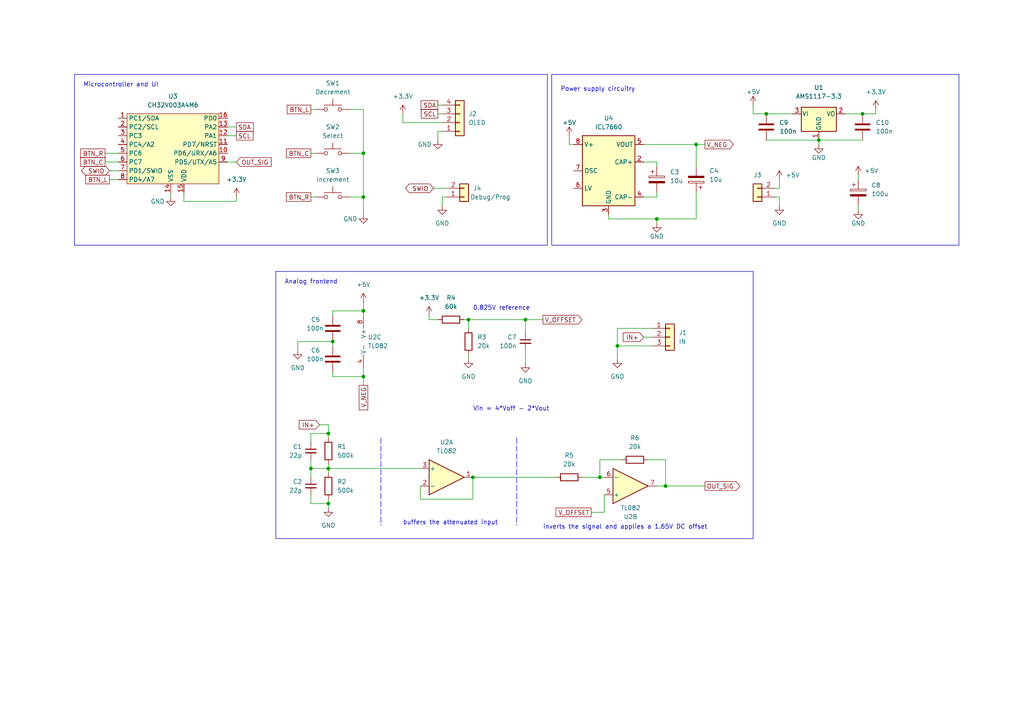
<source format=kicad_sch>
(kicad_sch (version 20230121) (generator eeschema)
  (paper "A4")
  (title_block (title "Osillyscope") (company "tvlad1234") (comment 1 "small and cheap CH32V003-based oscilloscope"))
  (lib_symbols
    (symbol "Amplifier_Operational:TL082" (pin_names (offset 0.127))
      (property "Reference" "U" (at 0 5.08 0))
      (property "Value" "TL082" (at 0 -5.08 0))
      (symbol "TL082_1_1"
        (polyline (pts (xy -5.08 5.08) (xy 5.08 0) (xy -5.08 -5.08) (xy -5.08 5.08)) (stroke (width 0.254)) (fill (type background)))
        (pin output line (at 7.62 0 180) (length 2.54) (name "~") (number "1"))
        (pin input line (at -7.62 -2.54 0) (length 2.54) (name "-") (number "2"))
        (pin input line (at -7.62 2.54 0) (length 2.54) (name "+") (number "3"))
      )
      (symbol "TL082_2_1"
        (polyline (pts (xy -5.08 5.08) (xy 5.08 0) (xy -5.08 -5.08) (xy -5.08 5.08)) (stroke (width 0.254)) (fill (type background)))
        (pin input line (at -7.62 2.54 0) (length 2.54) (name "+") (number "5"))
        (pin input line (at -7.62 -2.54 0) (length 2.54) (name "-") (number "6"))
        (pin output line (at 7.62 0 180) (length 2.54) (name "~") (number "7"))
      )
      (symbol "TL082_3_1"
        (pin power_in line (at -2.54 -7.62 90) (length 3.81) (name "V-") (number "4"))
        (pin power_in line (at -2.54 7.62 270) (length 3.81) (name "V+") (number "8"))
      )
    )
    (symbol "CH32V003:CH32V003A4M6"
      (property "Reference" "U?" (at 0.635 21.59 0))
      (property "Value" "CH32V003A4M6" (at 0.635 19.05 0))
      (symbol "CH32V003A4M6_0_1"
        (rectangle (start -12.7 16.51) (end 13.97 -3.81) (fill (type background)))
      )
      (symbol "CH32V003A4M6_1_1"
        (pin bidirectional line (at -15.24 15.24 0) (length 2.54) (name "PC1/SDA") (number "1"))
        (pin bidirectional line (at 16.51 5.08 180) (length 2.54) (name "PD6/URX/A6") (number "10"))
        (pin bidirectional line (at 16.51 7.62 180) (length 2.54) (name "PD7/NRST") (number "11"))
        (pin bidirectional line (at 16.51 10.16 180) (length 2.54) (name "PA1") (number "12"))
        (pin bidirectional line (at 16.51 12.7 180) (length 2.54) (name "PA2") (number "13"))
        (pin power_in line (at 0 -6.35 90) (length 2.54) (name "VSS") (number "14"))
        (pin power_in line (at 3.81 -6.35 90) (length 2.54) (name "VDD") (number "15"))
        (pin bidirectional line (at 16.51 15.24 180) (length 2.54) (name "PD0") (number "16"))
        (pin bidirectional line (at -15.24 12.7 0) (length 2.54) (name "PC2/SCL") (number "2"))
        (pin bidirectional line (at -15.24 10.16 0) (length 2.54) (name "PC3") (number "3"))
        (pin bidirectional line (at -15.24 7.62 0) (length 2.54) (name "PC4/A2") (number "4"))
        (pin bidirectional line (at -15.24 5.08 0) (length 2.54) (name "PC6") (number "5"))
        (pin bidirectional line (at -15.24 2.54 0) (length 2.54) (name "PC7") (number "6"))
        (pin bidirectional line (at -15.24 0 0) (length 2.54) (name "PD1/SWIO") (number "7"))
        (pin bidirectional line (at -15.24 -2.54 0) (length 2.54) (name "PD4/A7") (number "8"))
        (pin bidirectional line (at 16.51 2.54 180) (length 2.54) (name "PD5/UTX/A5") (number "9"))
      )
    )
    (symbol "Connector_Generic:Conn_01x02" (pin_names (offset 1.016) hide)
      (property "Reference" "J" (at 0 2.54 0))
      (property "Value" "Conn_01x02" (at 0 -5.08 0))
      (symbol "Conn_01x02_1_1"
        (rectangle (start -1.27 -2.413) (end 0 -2.667) (stroke (width 0.1524)))
        (rectangle (start -1.27 0.127) (end 0 -0.127) (stroke (width 0.1524)))
        (rectangle (start -1.27 1.27) (end 1.27 -3.81) (stroke (width 0.254)) (fill (type background)))
        (pin passive line (at -5.08 0 0) (length 3.81) (name "Pin_1") (number "1"))
        (pin passive line (at -5.08 -2.54 0) (length 3.81) (name "Pin_2") (number "2"))
      )
    )
    (symbol "Connector_Generic:Conn_01x03" (pin_names (offset 1.016) hide)
      (property "Reference" "J" (at 0 5.08 0))
      (property "Value" "Conn_01x03" (at 0 -5.08 0))
      (symbol "Conn_01x03_1_1"
        (rectangle (start -1.27 -2.413) (end 0 -2.667) (stroke (width 0.1524)))
        (rectangle (start -1.27 0.127) (end 0 -0.127) (stroke (width 0.1524)))
        (rectangle (start -1.27 2.667) (end 0 2.413) (stroke (width 0.1524)))
        (rectangle (start -1.27 3.81) (end 1.27 -3.81) (stroke (width 0.254)) (fill (type background)))
        (pin passive line (at -5.08 2.54 0) (length 3.81) (name "Pin_1") (number "1"))
        (pin passive line (at -5.08 0 0) (length 3.81) (name "Pin_2") (number "2"))
        (pin passive line (at -5.08 -2.54 0) (length 3.81) (name "Pin_3") (number "3"))
      )
    )
    (symbol "Connector_Generic:Conn_01x04" (pin_names (offset 1.016) hide)
      (property "Reference" "J" (at 0 5.08 0))
      (property "Value" "Conn_01x04" (at 0 -7.62 0))
      (symbol "Conn_01x04_1_1"
        (rectangle (start -1.27 -4.953) (end 0 -5.207) (stroke (width 0.1524)))
        (rectangle (start -1.27 -2.413) (end 0 -2.667) (stroke (width 0.1524)))
        (rectangle (start -1.27 0.127) (end 0 -0.127) (stroke (width 0.1524)))
        (rectangle (start -1.27 2.667) (end 0 2.413) (stroke (width 0.1524)))
        (rectangle (start -1.27 3.81) (end 1.27 -6.35) (stroke (width 0.254)) (fill (type background)))
        (pin passive line (at -5.08 2.54 0) (length 3.81) (name "Pin_1") (number "1"))
        (pin passive line (at -5.08 0 0) (length 3.81) (name "Pin_2") (number "2"))
        (pin passive line (at -5.08 -2.54 0) (length 3.81) (name "Pin_3") (number "3"))
        (pin passive line (at -5.08 -5.08 0) (length 3.81) (name "Pin_4") (number "4"))
      )
    )
    (symbol "Device:C" (pin_numbers hide) (pin_names (offset 0.254))
      (property "Reference" "C" (at 0.635 2.54 0))
      (property "Value" "C" (at 0.635 -2.54 0))
      (symbol "C_0_1"
        (polyline (pts (xy -2.032 -0.762) (xy 2.032 -0.762)) (stroke (width 0.508)))
        (polyline (pts (xy -2.032 0.762) (xy 2.032 0.762)) (stroke (width 0.508)))
      )
      (symbol "C_1_1"
        (pin passive line (at 0 3.81 270) (length 2.794) (name "~") (number "1"))
        (pin passive line (at 0 -3.81 90) (length 2.794) (name "~") (number "2"))
      )
    )
    (symbol "Device:C_Polarized" (pin_numbers hide) (pin_names (offset 0.254))
      (property "Reference" "C" (at 0.635 2.54 0))
      (property "Value" "C_Polarized" (at 0.635 -2.54 0))
      (symbol "C_Polarized_0_1"
        (rectangle (start -2.286 0.508) (end 2.286 1.016))
        (polyline (pts (xy -1.778 2.286) (xy -0.762 2.286)))
        (polyline (pts (xy -1.27 2.794) (xy -1.27 1.778)))
        (rectangle (start 2.286 -0.508) (end -2.286 -1.016) (fill (type outline)))
      )
      (symbol "C_Polarized_1_1"
        (pin passive line (at 0 3.81 270) (length 2.794) (name "~") (number "1"))
        (pin passive line (at 0 -3.81 90) (length 2.794) (name "~") (number "2"))
      )
    )
    (symbol "Device:C_Small" (pin_numbers hide) (pin_names (offset 0.254) hide)
      (property "Reference" "C" (at 0.254 1.778 0))
      (property "Value" "C_Small" (at 0.254 -2.032 0))
      (symbol "C_Small_0_1"
        (polyline (pts (xy -1.524 -0.508) (xy 1.524 -0.508)) (stroke (width 0.3302)))
        (polyline (pts (xy -1.524 0.508) (xy 1.524 0.508)) (stroke (width 0.3048)))
      )
      (symbol "C_Small_1_1"
        (pin passive line (at 0 2.54 270) (length 2.032) (name "~") (number "1"))
        (pin passive line (at 0 -2.54 90) (length 2.032) (name "~") (number "2"))
      )
    )
    (symbol "Device:R" (pin_numbers hide) (pin_names (offset 0))
      (property "Reference" "R" (at 2.032 0 90))
      (property "Value" "R" (at 0 0 90))
      (symbol "R_0_1"
        (rectangle (start -1.016 -2.54) (end 1.016 2.54) (stroke (width 0.254)))
      )
      (symbol "R_1_1"
        (pin passive line (at 0 3.81 270) (length 1.27) (name "~") (number "1"))
        (pin passive line (at 0 -3.81 90) (length 1.27) (name "~") (number "2"))
      )
    )
    (symbol "Regulator_Linear:AMS1117-3.3" (pin_names (offset 0.254))
      (property "Reference" "U" (at -3.81 3.175 0))
      (property "Value" "AMS1117-3.3" (at 0 3.175 0))
      (symbol "AMS1117-3.3_0_1"
        (rectangle (start -5.08 -5.08) (end 5.08 1.905) (stroke (width 0.254)) (fill (type background)))
      )
      (symbol "AMS1117-3.3_1_1"
        (pin power_in line (at 0 -7.62 90) (length 2.54) (name "GND") (number "1"))
        (pin power_out line (at 7.62 0 180) (length 2.54) (name "VO") (number "2"))
        (pin power_in line (at -7.62 0 0) (length 2.54) (name "VI") (number "3"))
      )
    )
    (symbol "Regulator_SwitchedCapacitor:ICL7660"
      (property "Reference" "U" (at -6.35 11.43 0))
      (property "Value" "ICL7660" (at 3.81 11.43 0))
      (symbol "ICL7660_0_1"
        (rectangle (start -7.62 10.16) (end 7.62 -10.16) (stroke (width 0.254)) (fill (type background)))
      )
      (symbol "ICL7660_1_1"
        (pin no_connect line (at -7.62 5.08 0) (length 2.54) hide (name "NC") (number "1"))
        (pin input line (at 10.16 2.54 180) (length 2.54) (name "CAP+") (number "2"))
        (pin power_in line (at 0 -12.7 90) (length 2.54) (name "GND") (number "3"))
        (pin input line (at 10.16 -7.62 180) (length 2.54) (name "CAP-") (number "4"))
        (pin power_out line (at 10.16 7.62 180) (length 2.54) (name "VOUT") (number "5"))
        (pin input line (at -10.16 -5.08 0) (length 2.54) (name "LV") (number "6"))
        (pin input line (at -10.16 0 0) (length 2.54) (name "OSC") (number "7"))
        (pin power_in line (at -10.16 7.62 0) (length 2.54) (name "V+") (number "8"))
      )
    )
    (symbol "Switch:SW_Push" (pin_numbers hide) (pin_names (offset 1.016) hide)
      (property "Reference" "SW" (at 1.27 2.54 0))
      (property "Value" "SW_Push" (at 0 -1.524 0))
      (symbol "SW_Push_0_1"
        (circle (center -2.032 0) (radius 0.508))
        (polyline (pts (xy 0 1.27) (xy 0 3.048)))
        (polyline (pts (xy 2.54 1.27) (xy -2.54 1.27)))
        (circle (center 2.032 0) (radius 0.508))
        (pin passive line (at -5.08 0 0) (length 2.54) (name "1") (number "1"))
        (pin passive line (at 5.08 0 180) (length 2.54) (name "2") (number "2"))
      )
    )
    (symbol "power:+3.3V" (power) (pin_names (offset 0))
      (property "Value" "+3.3V" (at 0 3.556 0))
      (symbol "+3.3V_0_1"
        (polyline (pts (xy -0.762 1.27) (xy 0 2.54)))
        (polyline (pts (xy 0 0) (xy 0 2.54)))
        (polyline (pts (xy 0 2.54) (xy 0.762 1.27)))
      )
      (symbol "+3.3V_1_1"
        (pin power_in line (at 0 0 90) (length 0) hide (name "+3.3V") (number "1"))
      )
    )
    (symbol "power:+5V" (power) (pin_names (offset 0))
      (property "Value" "+5V" (at 0 3.556 0))
      (symbol "+5V_0_1"
        (polyline (pts (xy -0.762 1.27) (xy 0 2.54)))
        (polyline (pts (xy 0 0) (xy 0 2.54)))
        (polyline (pts (xy 0 2.54) (xy 0.762 1.27)))
      )
      (symbol "+5V_1_1"
        (pin power_in line (at 0 0 90) (length 0) hide (name "+5V") (number "1"))
      )
    )
    (symbol "power:GND" (power) (pin_names (offset 0))
      (property "Value" "GND" (at 0 -3.81 0))
      (symbol "GND_0_1"
        (polyline (pts (xy 0 0) (xy 0 -1.27) (xy 1.27 -1.27) (xy 0 -2.54) (xy -1.27 -1.27) (xy 0 -1.27)))
      )
      (symbol "GND_1_1"
        (pin power_in line (at 0 0 270) (length 0) hide (name "GND") (number "1"))
      )
    )
  )
  (junction (at 137.16 138.43))
  (junction (at 193.04 140.97))
  (junction (at 105.41 109.22))
  (junction (at 250.19 33.02))
  (junction (at 152.4 92.71))
  (junction (at 95.25 146.05))
  (junction (at 222.25 33.02))
  (junction (at 95.25 125.73))
  (junction (at 237.49 40.64))
  (junction (at 105.41 90.17))
  (junction (at 105.41 44.45))
  (junction (at 90.17 135.89))
  (junction (at 190.5 63.5))
  (junction (at 179.07 100.33))
  (junction (at 95.25 135.89))
  (junction (at 201.93 41.91))
  (junction (at 96.52 99.06))
  (junction (at 135.89 92.71))
  (junction (at 105.41 57.15))
  (junction (at 173.99 138.43))
  (wire (pts (xy 49.53 57.15) (xy 49.53 55.88)))
  (wire (pts (xy 165.1 41.91) (xy 166.37 41.91)))
  (wire (pts (xy 176.53 62.23) (xy 176.53 63.5)))
  (wire (pts (xy 201.93 41.91) (xy 204.47 41.91)))
  (wire (pts (xy 95.25 146.05) (xy 95.25 144.78)))
  (wire (pts (xy 90.17 135.89) (xy 95.25 135.89)))
  (wire (pts (xy 96.52 107.95) (xy 96.52 109.22)))
  (wire (pts (xy 186.69 46.99) (xy 190.5 46.99)))
  (polyline (pts (xy 218.44 156.21) (xy 218.44 78.74)))
  (wire (pts (xy 105.41 57.15) (xy 105.41 62.23)))
  (wire (pts (xy 86.36 99.06) (xy 96.52 99.06)))
  (wire (pts (xy 31.75 52.07) (xy 34.29 52.07)))
  (wire (pts (xy 90.17 125.73) (xy 95.25 125.73)))
  (wire (pts (xy 190.5 63.5) (xy 201.93 63.5)))
  (wire (pts (xy 237.49 40.64) (xy 237.49 41.91)))
  (wire (pts (xy 127 33.02) (xy 128.27 33.02)))
  (wire (pts (xy 95.25 135.89) (xy 121.92 135.89)))
  (wire (pts (xy 96.52 100.33) (xy 96.52 99.06)))
  (wire (pts (xy 135.89 92.71) (xy 152.4 92.71)))
  (wire (pts (xy 95.25 125.73) (xy 95.25 127)))
  (wire (pts (xy 90.17 31.75) (xy 91.44 31.75)))
  (wire (pts (xy 186.69 97.79) (xy 189.23 97.79)))
  (wire (pts (xy 193.04 140.97) (xy 204.47 140.97)))
  (wire (pts (xy 254 31.75) (xy 254 33.02)))
  (wire (pts (xy 95.25 137.16) (xy 95.25 135.89)))
  (polyline (pts (xy 160.02 21.59) (xy 278.13 21.59)))
  (wire (pts (xy 173.99 133.35) (xy 173.99 138.43)))
  (wire (pts (xy 137.16 138.43) (xy 161.29 138.43)))
  (wire (pts (xy 226.06 52.07) (xy 226.06 54.61)))
  (wire (pts (xy 125.73 54.61) (xy 129.54 54.61)))
  (wire (pts (xy 218.44 30.48) (xy 218.44 33.02)))
  (wire (pts (xy 193.04 133.35) (xy 193.04 140.97)))
  (wire (pts (xy 105.41 90.17) (xy 105.41 91.44)))
  (wire (pts (xy 121.92 140.97) (xy 121.92 144.78)))
  (wire (pts (xy 68.58 57.15) (xy 68.58 58.42)))
  (wire (pts (xy 226.06 57.15) (xy 226.06 59.69)))
  (wire (pts (xy 31.75 49.53) (xy 34.29 49.53)))
  (wire (pts (xy 152.4 92.71) (xy 152.4 96.52)))
  (wire (pts (xy 127 30.48) (xy 128.27 30.48)))
  (wire (pts (xy 68.58 46.99) (xy 66.04 46.99)))
  (wire (pts (xy 68.58 36.83) (xy 66.04 36.83)))
  (wire (pts (xy 128.27 57.15) (xy 128.27 59.69)))
  (wire (pts (xy 127 38.1) (xy 128.27 38.1)))
  (wire (pts (xy 175.26 143.51) (xy 175.26 148.59)))
  (wire (pts (xy 152.4 92.71) (xy 157.48 92.71)))
  (wire (pts (xy 179.07 100.33) (xy 179.07 95.25)))
  (wire (pts (xy 105.41 31.75) (xy 105.41 44.45)))
  (polyline (pts (xy 160.02 21.59) (xy 160.02 71.12)))
  (wire (pts (xy 222.25 33.02) (xy 229.87 33.02)))
  (wire (pts (xy 226.06 57.15) (xy 224.79 57.15)))
  (wire (pts (xy 105.41 106.68) (xy 105.41 109.22)))
  (wire (pts (xy 121.92 144.78) (xy 137.16 144.78)))
  (wire (pts (xy 86.36 101.6) (xy 86.36 99.06)))
  (polyline (pts (xy 80.01 78.74) (xy 218.44 78.74)))
  (wire (pts (xy 30.48 46.99) (xy 34.29 46.99)))
  (wire (pts (xy 171.45 148.59) (xy 175.26 148.59)))
  (wire (pts (xy 179.07 100.33) (xy 189.23 100.33)))
  (wire (pts (xy 201.93 55.88) (xy 201.93 63.5)))
  (polyline (pts (xy 21.59 71.12) (xy 158.75 71.12)))
  (wire (pts (xy 201.93 41.91) (xy 201.93 48.26)))
  (polyline (pts (xy 21.59 21.59) (xy 21.59 71.12)))
  (wire (pts (xy 186.69 57.15) (xy 190.5 57.15)))
  (wire (pts (xy 245.11 33.02) (xy 250.19 33.02)))
  (wire (pts (xy 30.48 44.45) (xy 34.29 44.45)))
  (wire (pts (xy 96.52 109.22) (xy 105.41 109.22)))
  (wire (pts (xy 53.34 58.42) (xy 68.58 58.42)))
  (wire (pts (xy 95.25 123.19) (xy 95.25 125.73)))
  (wire (pts (xy 96.52 90.17) (xy 105.41 90.17)))
  (wire (pts (xy 124.46 91.44) (xy 124.46 92.71)))
  (wire (pts (xy 101.6 57.15) (xy 105.41 57.15)))
  (wire (pts (xy 116.84 35.56) (xy 128.27 35.56)))
  (wire (pts (xy 248.92 60.96) (xy 248.92 59.69)))
  (wire (pts (xy 92.71 123.19) (xy 95.25 123.19)))
  (wire (pts (xy 135.89 92.71) (xy 134.62 92.71)))
  (wire (pts (xy 173.99 133.35) (xy 180.34 133.35)))
  (polyline (pts (xy 149.86 127) (xy 149.86 152.4)) (stroke (width 0) (type dash)))
  (wire (pts (xy 105.41 44.45) (xy 105.41 57.15)))
  (wire (pts (xy 179.07 95.25) (xy 189.23 95.25)))
  (wire (pts (xy 95.25 147.32) (xy 95.25 146.05)))
  (wire (pts (xy 101.6 31.75) (xy 105.41 31.75)))
  (wire (pts (xy 135.89 92.71) (xy 135.89 95.25)))
  (polyline (pts (xy 110.49 127) (xy 110.49 152.4)) (stroke (width 0) (type dash)))
  (wire (pts (xy 175.26 138.43) (xy 173.99 138.43)))
  (wire (pts (xy 127 40.64) (xy 127 38.1)))
  (wire (pts (xy 190.5 46.99) (xy 190.5 48.26)))
  (wire (pts (xy 190.5 63.5) (xy 190.5 64.77)))
  (wire (pts (xy 53.34 55.88) (xy 53.34 58.42)))
  (wire (pts (xy 90.17 146.05) (xy 95.25 146.05)))
  (wire (pts (xy 116.84 33.02) (xy 116.84 35.56)))
  (wire (pts (xy 105.41 87.63) (xy 105.41 90.17)))
  (wire (pts (xy 90.17 44.45) (xy 91.44 44.45)))
  (wire (pts (xy 124.46 92.71) (xy 127 92.71)))
  (wire (pts (xy 135.89 104.14) (xy 135.89 102.87)))
  (wire (pts (xy 101.6 44.45) (xy 105.41 44.45)))
  (wire (pts (xy 254 33.02) (xy 250.19 33.02)))
  (wire (pts (xy 68.58 39.37) (xy 66.04 39.37)))
  (wire (pts (xy 128.27 57.15) (xy 129.54 57.15)))
  (wire (pts (xy 95.25 134.62) (xy 95.25 135.89)))
  (wire (pts (xy 248.92 50.8) (xy 248.92 52.07)))
  (wire (pts (xy 226.06 54.61) (xy 224.79 54.61)))
  (wire (pts (xy 90.17 128.27) (xy 90.17 125.73)))
  (polyline (pts (xy 80.01 78.74) (xy 80.01 156.21)))
  (wire (pts (xy 90.17 138.43) (xy 90.17 135.89)))
  (polyline (pts (xy 160.02 71.12) (xy 278.13 71.12)))
  (wire (pts (xy 179.07 104.14) (xy 179.07 100.33)))
  (wire (pts (xy 222.25 40.64) (xy 237.49 40.64)))
  (polyline (pts (xy 80.01 156.21) (xy 218.44 156.21)))
  (wire (pts (xy 90.17 57.15) (xy 91.44 57.15)))
  (wire (pts (xy 90.17 133.35) (xy 90.17 135.89)))
  (wire (pts (xy 190.5 55.88) (xy 190.5 57.15)))
  (wire (pts (xy 168.91 138.43) (xy 173.99 138.43)))
  (wire (pts (xy 96.52 90.17) (xy 96.52 91.44)))
  (wire (pts (xy 237.49 40.64) (xy 250.19 40.64)))
  (wire (pts (xy 176.53 63.5) (xy 190.5 63.5)))
  (polyline (pts (xy 158.75 71.12) (xy 158.75 21.59)))
  (wire (pts (xy 186.69 41.91) (xy 201.93 41.91)))
  (wire (pts (xy 90.17 143.51) (xy 90.17 146.05)))
  (polyline (pts (xy 21.59 21.59) (xy 158.75 21.59)))
  (wire (pts (xy 105.41 109.22) (xy 105.41 111.76)))
  (polyline (pts (xy 278.13 71.12) (xy 278.13 21.59)))
  (wire (pts (xy 190.5 140.97) (xy 193.04 140.97)))
  (wire (pts (xy 218.44 33.02) (xy 222.25 33.02)))
  (wire (pts (xy 187.96 133.35) (xy 193.04 133.35)))
  (wire (pts (xy 137.16 144.78) (xy 137.16 138.43)))
  (wire (pts (xy 152.4 101.6) (xy 152.4 105.41)))
  (wire (pts (xy 165.1 39.37) (xy 165.1 41.91)))
  (text "Vin = 4*Voff - 2*Vout\n" (at 137.16 119.38 0) (effects (font (size 1.27 1.27)) (justify left bottom)))
  (text "Power supply circuitry" (at 162.56 26.67 0) (effects (font (size 1.27 1.27)) (justify left bottom)))
  (text "0.825V reference" (at 137.16 90.17 0) (effects (font (size 1.27 1.27)) (justify left bottom)))
  (text "inverts the signal and applies a 1.65V DC offset\n" (at 157.48 153.67 0) (effects (font (size 1.27 1.27)) (justify left bottom)))
  (text "Analog frontend" (at 82.55 82.55 0) (effects (font (size 1.27 1.27)) (justify left bottom)))
  (text "buffers the attenuated input" (at 116.84 152.4 0) (effects (font (size 1.27 1.27)) (justify left bottom)))
  (text "Microcontroller and UI" (at 24.13 25.4 0) (effects (font (size 1.27 1.27)) (justify left bottom)))
  (global_label "SDA" (shape passive) (at 68.58 36.83 0) (property "Intersheetrefs" "${INTERSHEET_REFS}" (effects hide)))
  (global_label "BTN_R" (shape passive) (at 90.17 57.15 180) (property "Intersheetrefs" "${INTERSHEET_REFS}" (effects hide)))
  (global_label "IN+" (shape input) (at 186.69 97.79 180) (property "Intersheetrefs" "${INTERSHEET_REFS}" (effects hide)))
  (global_label "SCL" (shape passive) (at 68.58 39.37 0) (property "Intersheetrefs" "${INTERSHEET_REFS}" (effects hide)))
  (global_label "BTN_L" (shape passive) (at 31.75 52.07 180) (property "Intersheetrefs" "${INTERSHEET_REFS}" (effects hide)))
  (global_label "OUT_SIG" (shape input) (at 68.58 46.99 0) (property "Intersheetrefs" "${INTERSHEET_REFS}" (effects hide)))
  (global_label "SCL" (shape passive) (at 127 33.02 180) (property "Intersheetrefs" "${INTERSHEET_REFS}" (effects hide)))
  (global_label "V_NEG" (shape passive) (at 105.41 111.76 270) (property "Intersheetrefs" "${INTERSHEET_REFS}" (effects hide)))
  (global_label "OUT_SIG" (shape output) (at 204.47 140.97 0) (property "Intersheetrefs" "${INTERSHEET_REFS}" (effects hide)))
  (global_label "BTN_R" (shape passive) (at 30.48 44.45 180) (property "Intersheetrefs" "${INTERSHEET_REFS}" (effects hide)))
  (global_label "SDA" (shape passive) (at 127 30.48 180) (property "Intersheetrefs" "${INTERSHEET_REFS}" (effects hide)))
  (global_label "BTN_C" (shape passive) (at 30.48 46.99 180) (property "Intersheetrefs" "${INTERSHEET_REFS}" (effects hide)))
  (global_label "V_OFFSET" (shape output) (at 157.48 92.71 0) (property "Intersheetrefs" "${INTERSHEET_REFS}" (effects hide)))
  (global_label "SWIO" (shape bidirectional) (at 125.73 54.61 180) (property "Intersheetrefs" "${INTERSHEET_REFS}" (effects hide)))
  (global_label "BTN_C" (shape passive) (at 90.17 44.45 180) (property "Intersheetrefs" "${INTERSHEET_REFS}" (effects hide)))
  (global_label "SWIO" (shape bidirectional) (at 31.75 49.53 180) (property "Intersheetrefs" "${INTERSHEET_REFS}" (effects hide)))
  (global_label "BTN_L" (shape passive) (at 90.17 31.75 180) (property "Intersheetrefs" "${INTERSHEET_REFS}" (effects hide)))
  (global_label "V_OFFSET" (shape passive) (at 171.45 148.59 180) (property "Intersheetrefs" "${INTERSHEET_REFS}" (effects hide)))
  (global_label "V_NEG" (shape output) (at 204.47 41.91 0) (property "Intersheetrefs" "${INTERSHEET_REFS}" (effects hide)))
  (global_label "IN+" (shape input) (at 92.71 123.19 180) (property "Intersheetrefs" "${INTERSHEET_REFS}" (effects hide)))
  (symbol (lib_id "Device:C") (at 96.52 104.14 0) (unit 1)
    (property "Reference" "C6" (at 90.17 101.6 0) (effects (justify left)))
    (property "Value" "100n" (at 88.9 104.14 0) (effects (justify left)))
    (property "Footprint" "Capacitor_SMD:C_0805_2012Metric_Pad1.18x1.45mm_HandSolder" (effects hide))
  )
  (symbol (lib_id "power:+5V") (at 226.06 52.07 0) (unit 1)
    (property "Reference" "#PWR01" (effects hide))
    (property "Value" "+5V" (at 229.87 50.8 0))
  )
  (symbol (lib_id "Device:R") (at 135.89 99.06 0) (unit 1)
    (property "Reference" "R3" (at 138.43 97.79 0) (effects (justify left)))
    (property "Value" "20k" (at 138.43 100.33 0) (effects (justify left)))
    (property "Footprint" "Resistor_SMD:R_0805_2012Metric_Pad1.20x1.40mm_HandSolder" (effects hide))
  )
  (symbol (lib_id "power:+5V") (at 248.92 50.8 0) (unit 1)
    (property "Reference" "#PWR02" (effects hide))
    (property "Value" "+5V" (at 252.73 49.53 0))
  )
  (symbol (lib_id "Device:R") (at 95.25 130.81 0) (unit 1)
    (property "Reference" "R1" (at 97.79 129.5399 0) (effects (justify left)))
    (property "Value" "500k" (at 97.79 132.0799 0) (effects (justify left)))
    (property "Footprint" "Resistor_SMD:R_0805_2012Metric_Pad1.20x1.40mm_HandSolder" (effects hide))
  )
  (symbol (lib_id "power:GND") (at 152.4 105.41 0) (unit 1)
    (property "Reference" "#PWR08" (effects hide))
    (property "Value" "GND" (at 152.4 110.49 0))
  )
  (symbol (lib_id "Device:C") (at 96.52 95.25 0) (unit 1)
    (property "Reference" "C5" (at 90.17 92.71 0) (effects (justify left)))
    (property "Value" "100n" (at 88.9 95.25 0) (effects (justify left)))
    (property "Footprint" "Capacitor_SMD:C_0805_2012Metric_Pad1.18x1.45mm_HandSolder" (effects hide))
  )
  (symbol (lib_id "power:GND") (at 49.53 57.15 0) (unit 1)
    (property "Reference" "#PWR014" (effects hide))
    (property "Value" "GND" (at 45.72 58.42 0))
  )
  (symbol (lib_id "CH32V003:CH32V003A4M6") (at 49.53 49.53 0) (unit 1)
    (property "Reference" "U3" (at 50.165 27.94 0))
    (property "Value" "CH32V003A4M6" (at 50.165 30.48 0))
    (property "Footprint" "Package_SO:SOIC-16_3.9x9.9mm_P1.27mm" (effects hide))
  )
  (symbol (lib_id "power:+3.3V") (at 124.46 91.44 0) (unit 1)
    (property "Reference" "#PWR011" (effects hide))
    (property "Value" "+3.3V" (at 124.46 86.36 0))
  )
  (symbol (lib_id "Device:C") (at 250.19 36.83 0) (unit 1)
    (property "Reference" "C10" (at 254 35.56 0) (effects (justify left)))
    (property "Value" "100n" (at 254 38.1 0) (effects (justify left)))
    (property "Footprint" "Capacitor_SMD:C_0805_2012Metric_Pad1.18x1.45mm_HandSolder" (effects hide))
  )
  (symbol (lib_id "Connector_Generic:Conn_01x02") (at 219.71 57.15 180) (unit 1)
    (property "Reference" "J3" (at 219.71 50.8 0))
    (property "Value" "Conn_01x02" (effects hide))
    (property "Footprint" "Connector_PinHeader_2.54mm:PinHeader_1x02_P2.54mm_Vertical" (effects hide))
  )
  (symbol (lib_id "power:GND") (at 179.07 104.14 0) (unit 1)
    (property "Reference" "#PWR05" (effects hide))
    (property "Value" "GND" (at 179.07 109.22 0))
  )
  (symbol (lib_id "Device:C_Small") (at 90.17 140.97 0) (mirror y) (unit 1)
    (property "Reference" "C2" (at 87.63 139.7063 0) (effects (justify left)))
    (property "Value" "22p" (at 87.63 142.2463 0) (effects (justify left)))
    (property "Footprint" "Capacitor_SMD:C_1206_3216Metric_Pad1.33x1.80mm_HandSolder" (effects hide))
  )
  (symbol (lib_id "Device:C") (at 222.25 36.83 180) (unit 1)
    (property "Reference" "C9" (at 227.33 35.56 0))
    (property "Value" "100n" (at 228.6 38.1 0))
    (property "Footprint" "Capacitor_SMD:C_0805_2012Metric_Pad1.18x1.45mm_HandSolder" (effects hide))
  )
  (symbol (lib_id "Switch:SW_Push") (at 96.52 44.45 0) (unit 1)
    (property "Reference" "SW2" (at 96.52 36.83 0))
    (property "Value" "Select" (at 96.52 39.37 0))
    (property "Footprint" "Button_Switch_THT:SW_PUSH_6mm" (effects hide))
  )
  (symbol (lib_id "Device:C_Polarized") (at 248.92 55.88 0) (unit 1)
    (property "Reference" "C8" (at 252.73 53.721 0) (effects (justify left)))
    (property "Value" "100u" (at 252.73 56.261 0) (effects (justify left)))
    (property "Footprint" "Capacitor_THT:CP_Radial_D5.0mm_P2.50mm" (effects hide))
  )
  (symbol (lib_id "Regulator_Linear:AMS1117-3.3") (at 237.49 33.02 0) (unit 1)
    (property "Reference" "U1" (at 237.49 25.4 0))
    (property "Value" "AMS1117-3.3" (at 237.49 27.94 0))
    (property "Footprint" "Package_TO_SOT_SMD:SOT-223-3_TabPin2" (effects hide))
    (property "Datasheet" "http://www.advanced-monolithic.com/pdf/ds1117.pdf" (effects hide))
  )
  (symbol (lib_id "power:GND") (at 128.27 59.69 0) (mirror y) (unit 1)
    (property "Reference" "#PWR018" (effects hide))
    (property "Value" "GND" (at 128.27 64.77 0))
  )
  (symbol (lib_id "Device:C_Polarized") (at 201.93 52.07 180) (unit 1)
    (property "Reference" "C4" (at 205.74 49.53 0) (effects (justify right)))
    (property "Value" "10u" (at 205.74 52.07 0) (effects (justify right)))
    (property "Footprint" "Capacitor_THT:CP_Radial_D5.0mm_P2.50mm" (effects hide))
  )
  (symbol (lib_id "Amplifier_Operational:TL082") (at 182.88 140.97 0) (mirror x) (unit 2)
    (property "Reference" "U2" (at 182.88 149.86 0))
    (property "Value" "TL082" (at 182.88 147.32 0))
    (property "Footprint" "Package_DIP:DIP-8_W7.62mm_LongPads" (effects hide))
    (property "Datasheet" "http://www.ti.com/lit/ds/symlink/tl081.pdf" (effects hide))
  )
  (symbol (lib_id "power:GND") (at 248.92 60.96 0) (unit 1)
    (property "Reference" "#PWR031" (effects hide))
    (property "Value" "GND" (at 248.92 64.77 0))
  )
  (symbol (lib_id "power:+3.3V") (at 116.84 33.02 0) (unit 1)
    (property "Reference" "#PWR025" (effects hide))
    (property "Value" "+3.3V" (at 116.84 27.94 0))
  )
  (symbol (lib_id "power:+5V") (at 165.1 39.37 0) (unit 1)
    (property "Reference" "#PWR021" (effects hide))
    (property "Value" "+5V" (at 165.1 35.56 0))
  )
  (symbol (lib_id "Device:R") (at 130.81 92.71 90) (unit 1)
    (property "Reference" "R4" (at 130.81 86.36 90))
    (property "Value" "60k" (at 130.81 88.9 90))
    (property "Footprint" "Resistor_SMD:R_0805_2012Metric_Pad1.20x1.40mm_HandSolder" (effects hide))
  )
  (symbol (lib_id "Device:R") (at 95.25 140.97 0) (mirror y) (unit 1)
    (property "Reference" "R2" (at 97.79 139.7 0) (effects (justify right)))
    (property "Value" "500k" (at 97.79 142.24 0) (effects (justify right)))
    (property "Footprint" "Resistor_SMD:R_0805_2012Metric_Pad1.20x1.40mm_HandSolder" (effects hide))
  )
  (symbol (lib_id "power:GND") (at 127 40.64 0) (unit 1)
    (property "Reference" "#PWR020" (effects hide))
    (property "Value" "GND" (at 123.19 41.91 0))
  )
  (symbol (lib_id "Switch:SW_Push") (at 96.52 57.15 0) (unit 1)
    (property "Reference" "SW3" (at 96.52 49.53 0))
    (property "Value" "Increment" (at 96.52 52.07 0))
    (property "Footprint" "Button_Switch_THT:SW_PUSH_6mm" (effects hide))
  )
  (symbol (lib_id "power:GND") (at 105.41 62.23 0) (unit 1)
    (property "Reference" "#PWR023" (effects hide))
    (property "Value" "GND" (at 101.6 63.5 0))
  )
  (symbol (lib_id "Device:R") (at 184.15 133.35 270) (mirror x) (unit 1)
    (property "Reference" "R6" (at 184.15 127 90))
    (property "Value" "20k" (at 184.15 129.54 90))
    (property "Footprint" "Resistor_SMD:R_0805_2012Metric_Pad1.20x1.40mm_HandSolder" (effects hide))
  )
  (symbol (lib_id "Switch:SW_Push") (at 96.52 31.75 0) (unit 1)
    (property "Reference" "SW1" (at 96.52 24.13 0))
    (property "Value" "Decrement" (at 96.52 26.67 0))
    (property "Footprint" "Button_Switch_THT:SW_PUSH_6mm" (effects hide))
  )
  (symbol (lib_id "Device:C_Small") (at 152.4 99.06 0) (mirror y) (unit 1)
    (property "Reference" "C7" (at 149.86 97.7963 0) (effects (justify left)))
    (property "Value" "100n" (at 149.86 100.3363 0) (effects (justify left)))
    (property "Footprint" "Capacitor_SMD:C_0805_2012Metric_Pad1.18x1.45mm_HandSolder" (effects hide))
  )
  (symbol (lib_id "Connector_Generic:Conn_01x04") (at 133.35 35.56 0) (mirror x) (unit 1)
    (property "Reference" "J2" (at 135.89 33.02 0) (effects (justify left)))
    (property "Value" "OLED" (at 135.89 35.56 0) (effects (justify left)))
    (property "Footprint" "Connector_PinSocket_2.54mm:PinSocket_1x04_P2.54mm_Vertical" (effects hide))
  )
  (symbol (lib_id "Connector_Generic:Conn_01x02") (at 134.62 57.15 0) (mirror x) (unit 1)
    (property "Reference" "J4" (at 138.43 54.61 0))
    (property "Value" "Debug/Prog" (at 142.24 57.15 0))
    (property "Footprint" "Connector_PinHeader_2.54mm:PinHeader_1x02_P2.54mm_Vertical" (effects hide))
  )
  (symbol (lib_id "Amplifier_Operational:TL082") (at 107.95 99.06 0) (unit 3)
    (property "Reference" "U2" (at 106.68 97.79 0) (effects (justify left)))
    (property "Value" "TL082" (at 106.68 100.33 0) (effects (justify left)))
    (property "Footprint" "Package_DIP:DIP-8_W7.62mm_LongPads" (effects hide))
    (property "Datasheet" "http://www.ti.com/lit/ds/symlink/tl081.pdf" (effects hide))
  )
  (symbol (lib_id "Device:C_Polarized") (at 190.5 52.07 0) (unit 1)
    (property "Reference" "C3" (at 194.31 49.911 0) (effects (justify left)))
    (property "Value" "10u" (at 194.31 52.451 0) (effects (justify left)))
    (property "Footprint" "Capacitor_THT:CP_Radial_D5.0mm_P2.50mm" (effects hide))
  )
  (symbol (lib_id "power:+5V") (at 105.41 87.63 0) (unit 1)
    (property "Reference" "#PWR06" (effects hide))
    (property "Value" "+5V" (at 105.41 82.55 0))
  )
  (symbol (lib_id "power:+5V") (at 218.44 30.48 0) (unit 1)
    (property "Reference" "#PWR010" (effects hide))
    (property "Value" "+5V" (at 218.44 26.67 0))
  )
  (symbol (lib_id "Amplifier_Operational:TL082") (at 129.54 138.43 0) (unit 1)
    (property "Reference" "U2" (at 129.54 128.27 0))
    (property "Value" "TL082" (at 129.54 130.81 0))
    (property "Footprint" "Package_DIP:DIP-8_W7.62mm_LongPads" (effects hide))
    (property "Datasheet" "http://www.ti.com/lit/ds/symlink/tl081.pdf" (effects hide))
  )
  (symbol (lib_id "Device:C_Small") (at 90.17 130.81 0) (mirror y) (unit 1)
    (property "Reference" "C1" (at 87.63 129.5463 0) (effects (justify left)))
    (property "Value" "22p" (at 87.63 132.0863 0) (effects (justify left)))
    (property "Footprint" "Capacitor_SMD:C_1206_3216Metric_Pad1.33x1.80mm_HandSolder" (effects hide))
  )
  (symbol (lib_id "power:GND") (at 135.89 104.14 0) (unit 1)
    (property "Reference" "#PWR03" (effects hide))
    (property "Value" "GND" (at 135.89 109.22 0))
  )
  (symbol (lib_id "power:+3.3V") (at 68.58 57.15 0) (unit 1)
    (property "Reference" "#PWR015" (effects hide))
    (property "Value" "+3.3V" (at 68.58 52.07 0))
  )
  (symbol (lib_id "power:GND") (at 95.25 147.32 0) (unit 1)
    (property "Reference" "#PWR07" (effects hide))
    (property "Value" "GND" (at 95.25 152.4 0))
  )
  (symbol (lib_id "Regulator_SwitchedCapacitor:ICL7660") (at 176.53 49.53 0) (unit 1)
    (property "Reference" "U4" (at 176.53 34.29 0))
    (property "Value" "ICL7660" (at 176.53 36.83 0))
    (property "Footprint" "Package_DIP:DIP-8_W7.62mm_LongPads" (effects hide))
    (property "Datasheet" "http://datasheets.maximintegrated.com/en/ds/ICL7660-MAX1044.pdf" (effects hide))
  )
  (symbol (lib_id "power:+3.3V") (at 254 31.75 0) (unit 1)
    (property "Reference" "#PWR013" (effects hide))
    (property "Value" "+3.3V" (at 254 26.67 0))
  )
  (symbol (lib_id "Device:R") (at 165.1 138.43 90) (unit 1)
    (property "Reference" "R5" (at 165.1 132.08 90))
    (property "Value" "20k" (at 165.1 134.62 90))
    (property "Footprint" "Resistor_SMD:R_0805_2012Metric_Pad1.20x1.40mm_HandSolder" (effects hide))
  )
  (symbol (lib_id "power:GND") (at 226.06 59.69 0) (unit 1)
    (property "Reference" "#PWR016" (effects hide))
    (property "Value" "GND" (at 226.06 64.77 0))
  )
  (symbol (lib_id "power:GND") (at 237.49 41.91 0) (unit 1)
    (property "Reference" "#PWR019" (effects hide))
    (property "Value" "GND" (at 237.49 45.72 0))
  )
  (symbol (lib_id "power:GND") (at 190.5 64.77 0) (unit 1)
    (property "Reference" "#PWR022" (effects hide))
    (property "Value" "GND" (at 190.5 68.58 0))
  )
  (symbol (lib_id "power:GND") (at 86.36 101.6 0) (unit 1)
    (property "Reference" "#PWR09" (effects hide))
    (property "Value" "GND" (at 86.36 106.68 0))
  )
  (symbol (lib_id "Connector_Generic:Conn_01x03") (at 194.31 97.79 0) (unit 1)
    (property "Reference" "J1" (at 196.85 96.52 0) (effects (justify left)))
    (property "Value" "IN" (at 196.85 99.06 0) (effects (justify left)))
    (property "Footprint" "Connector_PinSocket_2.54mm:PinSocket_1x03_P2.54mm_Horizontal" (effects hide))
  )
)
</source>
